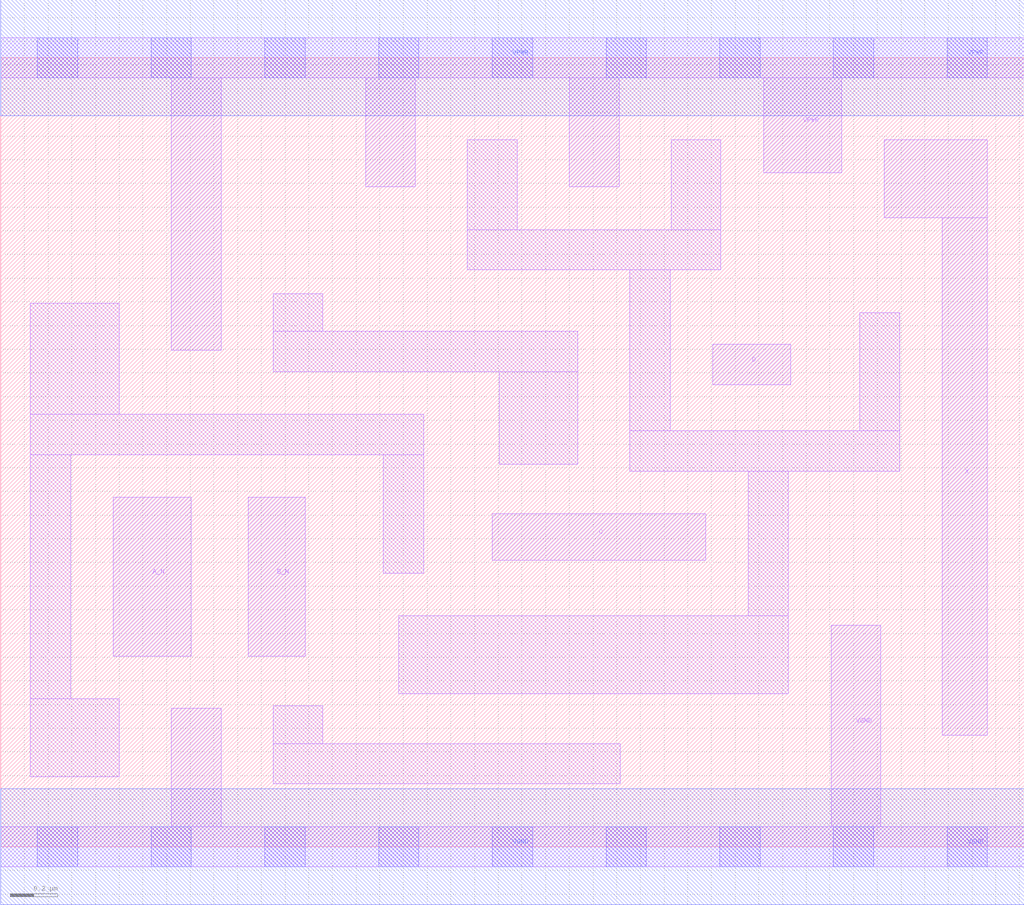
<source format=lef>
# Copyright 2020 The SkyWater PDK Authors
#
# Licensed under the Apache License, Version 2.0 (the "License");
# you may not use this file except in compliance with the License.
# You may obtain a copy of the License at
#
#     https://www.apache.org/licenses/LICENSE-2.0
#
# Unless required by applicable law or agreed to in writing, software
# distributed under the License is distributed on an "AS IS" BASIS,
# WITHOUT WARRANTIES OR CONDITIONS OF ANY KIND, either express or implied.
# See the License for the specific language governing permissions and
# limitations under the License.
#
# SPDX-License-Identifier: Apache-2.0

VERSION 5.7 ;
  NAMESCASESENSITIVE ON ;
  NOWIREEXTENSIONATPIN ON ;
  DIVIDERCHAR "/" ;
  BUSBITCHARS "[]" ;
UNITS
  DATABASE MICRONS 200 ;
END UNITS
MACRO sky130_fd_sc_lp__and4bb_m
  CLASS CORE ;
  SOURCE USER ;
  FOREIGN sky130_fd_sc_lp__and4bb_m ;
  ORIGIN  0.000000  0.000000 ;
  SIZE  4.320000 BY  3.330000 ;
  SYMMETRY X Y R90 ;
  SITE unit ;
  PIN A_N
    ANTENNAGATEAREA  0.126000 ;
    DIRECTION INPUT ;
    USE SIGNAL ;
    PORT
      LAYER li1 ;
        RECT 0.475000 0.805000 0.805000 1.475000 ;
    END
  END A_N
  PIN B_N
    ANTENNAGATEAREA  0.126000 ;
    DIRECTION INPUT ;
    USE SIGNAL ;
    PORT
      LAYER li1 ;
        RECT 1.045000 0.805000 1.285000 1.475000 ;
    END
  END B_N
  PIN C
    ANTENNAGATEAREA  0.126000 ;
    DIRECTION INPUT ;
    USE SIGNAL ;
    PORT
      LAYER li1 ;
        RECT 2.075000 1.210000 2.975000 1.405000 ;
    END
  END C
  PIN D
    ANTENNAGATEAREA  0.126000 ;
    DIRECTION INPUT ;
    USE SIGNAL ;
    PORT
      LAYER li1 ;
        RECT 3.005000 1.950000 3.335000 2.120000 ;
    END
  END D
  PIN X
    ANTENNADIFFAREA  0.222600 ;
    DIRECTION OUTPUT ;
    USE SIGNAL ;
    PORT
      LAYER li1 ;
        RECT 3.730000 2.655000 4.165000 2.985000 ;
        RECT 3.975000 0.470000 4.165000 2.655000 ;
    END
  END X
  PIN VGND
    DIRECTION INOUT ;
    USE GROUND ;
    PORT
      LAYER li1 ;
        RECT 0.000000 -0.085000 4.320000 0.085000 ;
        RECT 0.720000  0.085000 0.930000 0.585000 ;
        RECT 3.505000  0.085000 3.715000 0.935000 ;
      LAYER mcon ;
        RECT 0.155000 -0.085000 0.325000 0.085000 ;
        RECT 0.635000 -0.085000 0.805000 0.085000 ;
        RECT 1.115000 -0.085000 1.285000 0.085000 ;
        RECT 1.595000 -0.085000 1.765000 0.085000 ;
        RECT 2.075000 -0.085000 2.245000 0.085000 ;
        RECT 2.555000 -0.085000 2.725000 0.085000 ;
        RECT 3.035000 -0.085000 3.205000 0.085000 ;
        RECT 3.515000 -0.085000 3.685000 0.085000 ;
        RECT 3.995000 -0.085000 4.165000 0.085000 ;
      LAYER met1 ;
        RECT 0.000000 -0.245000 4.320000 0.245000 ;
    END
  END VGND
  PIN VPWR
    DIRECTION INOUT ;
    USE POWER ;
    PORT
      LAYER li1 ;
        RECT 0.000000 3.245000 4.320000 3.415000 ;
        RECT 0.720000 2.095000 0.930000 3.245000 ;
        RECT 1.540000 2.785000 1.750000 3.245000 ;
        RECT 2.400000 2.785000 2.610000 3.245000 ;
        RECT 3.220000 2.845000 3.550000 3.245000 ;
      LAYER mcon ;
        RECT 0.155000 3.245000 0.325000 3.415000 ;
        RECT 0.635000 3.245000 0.805000 3.415000 ;
        RECT 1.115000 3.245000 1.285000 3.415000 ;
        RECT 1.595000 3.245000 1.765000 3.415000 ;
        RECT 2.075000 3.245000 2.245000 3.415000 ;
        RECT 2.555000 3.245000 2.725000 3.415000 ;
        RECT 3.035000 3.245000 3.205000 3.415000 ;
        RECT 3.515000 3.245000 3.685000 3.415000 ;
        RECT 3.995000 3.245000 4.165000 3.415000 ;
      LAYER met1 ;
        RECT 0.000000 3.085000 4.320000 3.575000 ;
    END
  END VPWR
  OBS
    LAYER li1 ;
      RECT 0.125000 0.295000 0.500000 0.625000 ;
      RECT 0.125000 0.625000 0.295000 1.655000 ;
      RECT 0.125000 1.655000 1.785000 1.825000 ;
      RECT 0.125000 1.825000 0.500000 2.295000 ;
      RECT 1.150000 0.265000 2.615000 0.435000 ;
      RECT 1.150000 0.435000 1.360000 0.595000 ;
      RECT 1.150000 2.005000 2.435000 2.175000 ;
      RECT 1.150000 2.175000 1.360000 2.335000 ;
      RECT 1.615000 1.155000 1.785000 1.655000 ;
      RECT 1.680000 0.645000 3.325000 0.975000 ;
      RECT 1.970000 2.435000 3.040000 2.605000 ;
      RECT 1.970000 2.605000 2.180000 2.985000 ;
      RECT 2.105000 1.615000 2.435000 2.005000 ;
      RECT 2.655000 1.585000 3.795000 1.755000 ;
      RECT 2.655000 1.755000 2.825000 2.435000 ;
      RECT 2.830000 2.605000 3.040000 2.985000 ;
      RECT 3.155000 0.975000 3.325000 1.585000 ;
      RECT 3.625000 1.755000 3.795000 2.255000 ;
  END
END sky130_fd_sc_lp__and4bb_m

</source>
